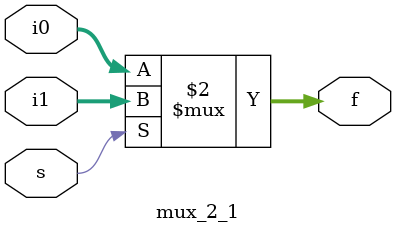
<source format=sv>
module mux_2_1
#(
   parameter XLEN = 32
)

(
   i0,
   i1,
   s,
   f
);

input  logic  [XLEN-1:0]  i0; // input bus 0 
input  logic  [XLEN-1:0]  i1; // input bus 1
input  logic              s;  // select input
output logic  [XLEN-1:0]  f;  // output selected bus

assign   f = (~s) ? i0 : i1; 

endmodule 
</source>
